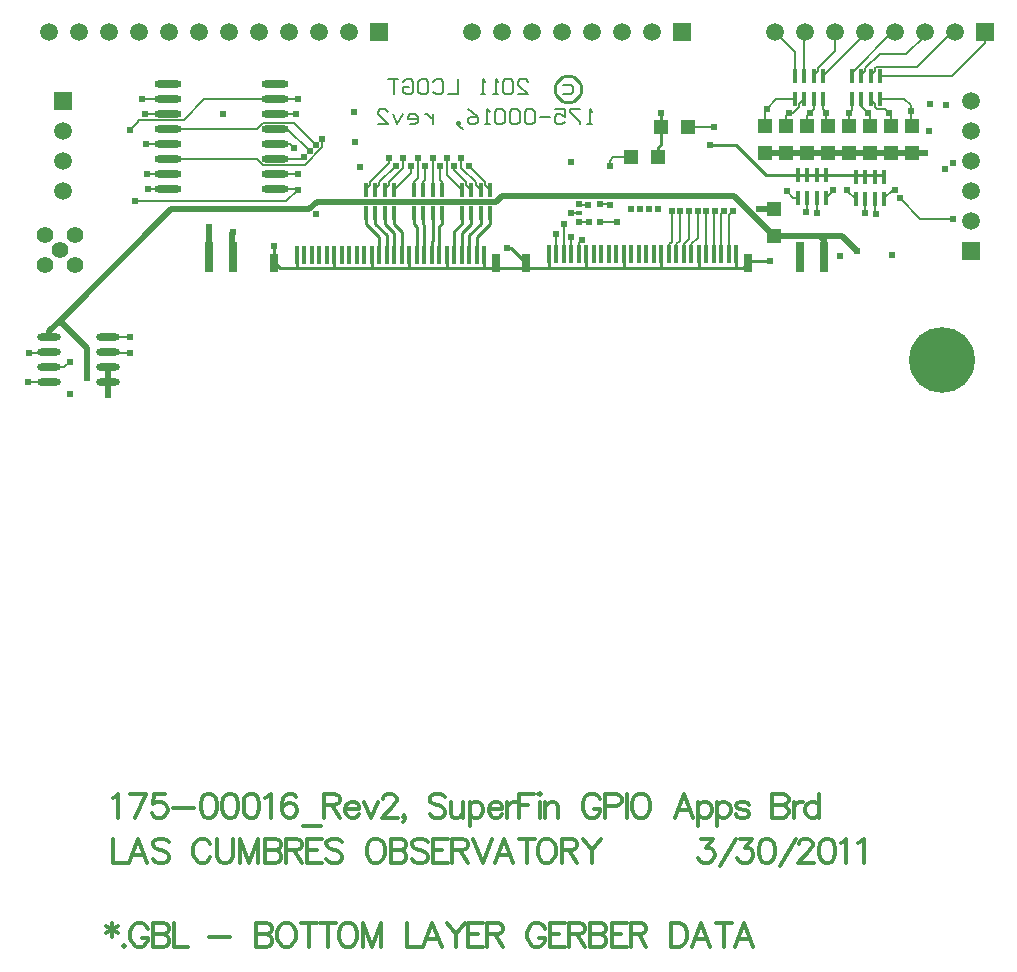
<source format=gbl>
%FSLAX23Y23*%
%MOIN*%
G70*
G01*
G75*
G04 Layer_Physical_Order=6*
G04 Layer_Color=16711680*
%ADD10R,0.030X0.060*%
%ADD11R,0.048X0.078*%
%ADD12R,0.050X0.050*%
%ADD13R,0.016X0.041*%
%ADD14O,0.098X0.028*%
%ADD15R,0.030X0.100*%
%ADD16R,0.014X0.060*%
%ADD17R,0.031X0.060*%
%ADD18R,0.039X0.059*%
%ADD19R,0.050X0.050*%
%ADD20C,0.005*%
%ADD21C,0.020*%
%ADD22C,0.010*%
%ADD23C,0.012*%
%ADD24C,0.012*%
%ADD25C,0.012*%
%ADD26C,0.055*%
%ADD27R,0.059X0.059*%
%ADD28C,0.059*%
%ADD29R,0.059X0.059*%
%ADD30C,0.219*%
%ADD31C,0.024*%
%ADD32C,0.040*%
%ADD33C,0.073*%
G04:AMPARAMS|DCode=34|XSize=93.465mil|YSize=93.465mil|CornerRadius=0mil|HoleSize=0mil|Usage=FLASHONLY|Rotation=0.000|XOffset=0mil|YOffset=0mil|HoleType=Round|Shape=Relief|Width=10mil|Gap=10mil|Entries=4|*
%AMTHD34*
7,0,0,0.093,0.073,0.010,45*
%
%ADD34THD34*%
%ADD35C,0.075*%
G04:AMPARAMS|DCode=36|XSize=95.433mil|YSize=95.433mil|CornerRadius=0mil|HoleSize=0mil|Usage=FLASHONLY|Rotation=0.000|XOffset=0mil|YOffset=0mil|HoleType=Round|Shape=Relief|Width=10mil|Gap=10mil|Entries=4|*
%AMTHD36*
7,0,0,0.095,0.075,0.010,45*
%
%ADD36THD36*%
%ADD37C,0.206*%
%ADD38C,0.050*%
G04:AMPARAMS|DCode=39|XSize=70mil|YSize=70mil|CornerRadius=0mil|HoleSize=0mil|Usage=FLASHONLY|Rotation=0.000|XOffset=0mil|YOffset=0mil|HoleType=Round|Shape=Relief|Width=10mil|Gap=10mil|Entries=4|*
%AMTHD39*
7,0,0,0.070,0.050,0.010,45*
%
%ADD39THD39*%
%ADD40O,0.091X0.024*%
%ADD41R,0.020X0.020*%
%ADD42R,0.020X0.016*%
%ADD43O,0.079X0.024*%
%ADD44R,0.017X0.045*%
%ADD45C,0.007*%
%ADD46C,0.008*%
D12*
X24267Y16287D02*
D03*
Y16377D02*
D03*
X24197Y16287D02*
D03*
Y16377D02*
D03*
X24127Y16287D02*
D03*
Y16377D02*
D03*
X24057Y16287D02*
D03*
Y16377D02*
D03*
X23987Y16287D02*
D03*
Y16377D02*
D03*
X23917Y16287D02*
D03*
Y16377D02*
D03*
X23847Y16287D02*
D03*
Y16377D02*
D03*
X23777Y16287D02*
D03*
Y16377D02*
D03*
X23807Y16011D02*
D03*
Y16101D02*
D03*
D15*
X23975Y15940D02*
D03*
X23896D02*
D03*
X22005Y15939D02*
D03*
X21926D02*
D03*
D16*
X23683Y15949D02*
D03*
X23658D02*
D03*
X23633D02*
D03*
X23608D02*
D03*
X23583D02*
D03*
X23558D02*
D03*
X23533D02*
D03*
X23508D02*
D03*
X23483D02*
D03*
X23458D02*
D03*
X23433D02*
D03*
X23408D02*
D03*
X23383D02*
D03*
X23358D02*
D03*
X23333D02*
D03*
X23308D02*
D03*
X23283D02*
D03*
X23258D02*
D03*
X23233D02*
D03*
X23208D02*
D03*
X23183D02*
D03*
X23158D02*
D03*
X23133D02*
D03*
X23108D02*
D03*
X23083D02*
D03*
X23058D02*
D03*
X22842Y15948D02*
D03*
X22817D02*
D03*
X22792D02*
D03*
X22767D02*
D03*
X22742D02*
D03*
X22717D02*
D03*
X22692D02*
D03*
X22667D02*
D03*
X22642D02*
D03*
X22617D02*
D03*
X22592D02*
D03*
X22567D02*
D03*
X22542D02*
D03*
X22517D02*
D03*
X22492D02*
D03*
X22467D02*
D03*
X22442D02*
D03*
X22417D02*
D03*
X22392D02*
D03*
X22367D02*
D03*
X22342D02*
D03*
X22317D02*
D03*
X22292D02*
D03*
X22267D02*
D03*
X22242D02*
D03*
X22217D02*
D03*
D17*
X22140Y15921D02*
D03*
X22880D02*
D03*
X23720D02*
D03*
X22980D02*
D03*
D19*
X23522Y16372D02*
D03*
X23432D02*
D03*
X23332Y16272D02*
D03*
X23422D02*
D03*
D20*
X24227Y16137D02*
X24296Y16068D01*
X24406D01*
X23916Y16089D02*
X23918Y16092D01*
Y16137D01*
X23261Y16243D02*
Y16258D01*
X23260Y16259D02*
X23261Y16258D01*
X23131Y16006D02*
X23133Y16004D01*
Y15949D02*
Y16004D01*
X23131Y16087D02*
X23131Y16087D01*
X23157D01*
X23260Y16259D02*
X23273Y16272D01*
X23332D01*
X23522Y16372D02*
X23523Y16373D01*
X23609D01*
X22146Y16467D02*
X22223D01*
X21909D02*
X22146D01*
X21687Y16398D02*
X21840D01*
X21909Y16467D01*
X22215Y16417D02*
X22216Y16418D01*
X22146Y16417D02*
X22215D01*
X21679Y16126D02*
X22182D01*
X22221Y16165D01*
X22219Y16167D02*
X22221Y16165D01*
X22146Y16167D02*
X22219D01*
X22146Y16217D02*
X22147Y16216D01*
X22221D01*
X22194Y16317D02*
X22209Y16302D01*
X22146Y16317D02*
X22194D01*
X21720Y16168D02*
X21721Y16167D01*
X21787D01*
X21786Y16216D02*
X21787Y16217D01*
X21717Y16216D02*
X21786D01*
Y16318D02*
X21787Y16317D01*
X21715Y16318D02*
X21786D01*
X21702Y16467D02*
X21787D01*
X21710Y16417D02*
X21787D01*
X23158Y15987D02*
X23167Y15996D01*
Y15998D01*
X23158Y15949D02*
Y15987D01*
X23157Y16057D02*
X23158Y16058D01*
X23191D01*
X23157Y16116D02*
X23159Y16114D01*
X23188D01*
X23082Y15950D02*
Y16016D01*
X23108Y15949D02*
Y16051D01*
X23283Y16057D02*
X23284Y16056D01*
X23227Y16057D02*
X23283D01*
X23260Y16116D02*
X23262Y16115D01*
X23227Y16116D02*
X23260D01*
X22302Y16306D02*
Y16333D01*
X22244Y16248D02*
X22302Y16306D01*
X22104Y16248D02*
X22244D01*
X22085Y16267D02*
X22104Y16248D01*
X21787Y16267D02*
X22085D01*
X22207Y16387D02*
X22281Y16313D01*
X22104Y16387D02*
X22207D01*
X22085Y16367D02*
X22104Y16387D01*
X21787Y16367D02*
X22085D01*
X22186D02*
X22261Y16292D01*
X22146Y16367D02*
X22186D01*
X22236Y16267D02*
X22240Y16272D01*
X22146Y16267D02*
X22236D01*
X23658Y15949D02*
Y16081D01*
X23633Y15949D02*
Y16085D01*
X23608Y15949D02*
Y16089D01*
X23583Y15949D02*
Y16093D01*
X23533Y15982D02*
X23554Y16003D01*
X23533Y15949D02*
Y15982D01*
X23658Y16081D02*
X23670Y16093D01*
X23633Y16085D02*
X23641Y16093D01*
X23608Y16089D02*
X23612Y16093D01*
X23467Y15991D02*
Y16093D01*
X23458Y15982D02*
X23467Y15991D01*
X23458Y15949D02*
Y15982D01*
X23496Y15995D02*
Y16093D01*
X23483Y15982D02*
X23496Y15995D01*
X23483Y15949D02*
Y15982D01*
X23525Y15999D02*
Y16093D01*
X23508Y15982D02*
X23525Y15999D01*
X23508Y15949D02*
Y15982D01*
X23554Y16003D02*
Y16093D01*
X24176Y16138D02*
X24204Y16165D01*
X24176Y16132D02*
Y16138D01*
X24145Y16086D02*
Y16132D01*
Y16086D02*
X24147Y16084D01*
X24113Y16087D02*
X24113Y16088D01*
Y16132D01*
X24053Y16161D02*
X24082Y16132D01*
X24053Y16161D02*
Y16163D01*
X24005Y16160D02*
Y16165D01*
X23981Y16137D02*
X24005Y16160D01*
X23950Y16090D02*
Y16137D01*
Y16090D02*
X23952Y16088D01*
X23850Y16159D02*
X23872Y16137D01*
X23887D01*
X23777Y16377D02*
Y16428D01*
X23784Y16435D01*
X23815Y16467D01*
X23877D01*
X23847Y16377D02*
Y16410D01*
X23857Y16420D01*
X23872D01*
X23893Y16441D01*
Y16451D01*
X23908Y16467D01*
X23929Y16421D02*
X23940Y16432D01*
X23917Y16409D02*
X23929Y16421D01*
X23917Y16377D02*
Y16409D01*
X23940Y16432D02*
Y16467D01*
X23983Y16381D02*
X23987Y16377D01*
X23983Y16381D02*
Y16420D01*
X23971Y16432D02*
X23983Y16420D01*
X23971Y16432D02*
Y16467D01*
X24057Y16377D02*
Y16420D01*
X24067Y16430D01*
Y16467D01*
X24127Y16377D02*
Y16416D01*
X24122Y16421D02*
X24127Y16416D01*
X24098Y16445D02*
X24122Y16421D01*
X24098Y16445D02*
Y16467D01*
X24197Y16377D02*
Y16416D01*
X24192Y16421D02*
X24197Y16416D01*
X24179Y16434D02*
X24192Y16421D01*
X24151Y16434D02*
X24179D01*
X24145Y16441D02*
X24151Y16434D01*
X24145Y16441D02*
Y16451D01*
X24130Y16467D02*
X24145Y16451D01*
X23908Y16543D02*
X23912Y16548D01*
X23940Y16543D02*
X23955Y16559D01*
Y16569D01*
X24012Y16627D01*
X24067Y16543D02*
Y16554D01*
X24098Y16543D02*
X24113Y16559D01*
Y16569D02*
X24161Y16617D01*
X24249D01*
X24113Y16559D02*
Y16569D01*
X24130Y16543D02*
X24145Y16559D01*
Y16569D01*
X24149Y16574D01*
X24284D01*
X24264Y16428D02*
Y16446D01*
Y16380D02*
Y16428D01*
Y16380D02*
X24267Y16377D01*
X24243Y16467D02*
X24264Y16446D01*
X24161Y16467D02*
X24243D01*
X24161Y16543D02*
X24402D01*
X22670Y16163D02*
Y16269D01*
X22694Y16197D02*
Y16245D01*
X22645Y16197D02*
Y16245D01*
X22846Y16179D02*
X22861Y16163D01*
X22814Y16179D02*
X22830Y16163D01*
X22783Y16179D02*
X22798Y16163D01*
X22510D02*
X22525Y16179D01*
X22790Y16245D02*
X22846Y16189D01*
X22790Y16245D02*
Y16245D01*
X22846Y16179D02*
Y16189D01*
X22814Y16179D02*
Y16189D01*
X22742Y16230D02*
X22783Y16189D01*
X22742Y16230D02*
Y16245D01*
X22783Y16179D02*
Y16189D01*
X22694Y16197D02*
X22701Y16189D01*
Y16163D02*
Y16189D01*
X22525Y16253D02*
Y16269D01*
X22549Y16245D02*
Y16245D01*
X22638Y16189D02*
X22645Y16197D01*
X22638Y16163D02*
Y16189D01*
X21661Y16363D02*
X21687Y16389D01*
Y16398D01*
X24402Y16543D02*
X24510Y16652D01*
Y16690D01*
X24284Y16574D02*
X24401Y16690D01*
X24410D01*
X24249Y16617D02*
X24310Y16678D01*
Y16690D01*
X24067Y16554D02*
X24203Y16690D01*
X24210D01*
X23971Y16543D02*
X24110Y16683D01*
Y16690D01*
X24012Y16627D02*
Y16688D01*
X24010Y16690D02*
X24012Y16688D01*
X23908Y16543D02*
Y16688D01*
X23910Y16690D01*
X23877Y16543D02*
Y16624D01*
X23810Y16690D02*
X23877Y16624D01*
X22478Y16163D02*
X22493Y16179D01*
Y16189D01*
X22549Y16245D01*
X22447Y16163D02*
X22462Y16179D01*
Y16189D01*
X22607Y16163D02*
Y16189D01*
X22621Y16204D01*
X22525Y16179D02*
Y16189D01*
X22462D02*
X22525Y16253D01*
X22718Y16212D02*
X22767Y16163D01*
X22766Y16238D02*
Y16269D01*
Y16238D02*
X22814Y16189D01*
X22541Y16163D02*
X22597Y16220D01*
Y16245D01*
X22525Y16189D02*
X22573Y16238D01*
Y16269D01*
X22621Y16204D02*
Y16269D01*
X22718Y16212D02*
Y16269D01*
X21589Y15673D02*
X21663D01*
X21589Y15673D02*
X21589Y15673D01*
X21590Y15621D02*
X21663D01*
X21589Y15623D02*
X21590Y15621D01*
X21443Y15573D02*
X21461Y15591D01*
X21392Y15573D02*
X21443D01*
X21321Y15524D02*
X21391D01*
X21392Y15523D01*
X21325Y15620D02*
X21390D01*
X21392Y15623D01*
D21*
X24267Y16287D02*
X24312D01*
X24197D02*
X24267D01*
X24127D02*
X24197D01*
X24057D02*
X24127D01*
X23987D02*
X24057D01*
X23917D02*
X23987D01*
X23847D02*
X23917D01*
X23777D02*
X23847D01*
X23975Y15997D02*
X23976Y15998D01*
X24035Y16011D02*
X24085Y15961D01*
X23963Y16011D02*
X24035D01*
X23757Y16101D02*
X23807D01*
Y16011D02*
X23963D01*
X23976Y15998D01*
X23975Y15940D02*
Y15997D01*
X21926Y16039D02*
X21926Y16039D01*
Y15939D02*
Y16039D01*
X22003Y16021D02*
X22004Y16022D01*
X22003Y15941D02*
Y16021D01*
Y15941D02*
X22005Y15939D01*
X24312Y16287D02*
X24313Y16286D01*
X23676Y16142D02*
X23807Y16011D01*
X21799Y16099D02*
X22259D01*
X21392Y15673D02*
Y15692D01*
X22901Y16142D02*
X23676D01*
X22883Y16124D02*
X22901Y16142D01*
X22259Y16099D02*
X22284Y16124D01*
X22883D01*
X21589Y15523D02*
Y15573D01*
X21518Y15537D02*
Y15637D01*
X21427Y15728D02*
X21518Y15637D01*
X21392Y15692D02*
X21427Y15728D01*
X21799Y16099D01*
X21589Y15481D02*
Y15523D01*
D22*
X23166Y16500D02*
X23165Y16510D01*
X23161Y16520D01*
X23156Y16528D01*
X23149Y16535D01*
X23141Y16540D01*
X23131Y16544D01*
X23121Y16545D01*
X23111Y16544D01*
X23102Y16540D01*
X23094Y16535D01*
X23087Y16528D01*
X23081Y16520D01*
X23078Y16510D01*
X23077Y16500D01*
X23078Y16490D01*
X23081Y16481D01*
X23087Y16473D01*
X23094Y16466D01*
X23102Y16460D01*
X23111Y16457D01*
X23121Y16456D01*
X23131Y16457D01*
X23141Y16460D01*
X23149Y16466D01*
X23156Y16473D01*
X23161Y16481D01*
X23165Y16490D01*
X23166Y16500D01*
X22217Y15903D02*
X23701D01*
X22140Y15924D02*
X22160Y15903D01*
X23981Y16213D02*
X24171D01*
X23950D02*
X23981D01*
X23918D02*
X23950D01*
X23887D02*
X23918D01*
X23780D02*
X23887D01*
X24171D02*
X24176Y16208D01*
X23681Y16313D02*
X23780Y16213D01*
X23596Y16313D02*
X23681D01*
X23432Y16372D02*
X23433Y16371D01*
Y16316D02*
Y16371D01*
X23422Y16305D02*
X23433Y16316D01*
X23422Y16272D02*
Y16305D01*
X23431Y16421D02*
X23432Y16420D01*
Y16372D02*
Y16420D01*
X22140Y15976D02*
X22140Y15976D01*
X22930Y15971D02*
X22980Y15921D01*
X22917Y15971D02*
X22930D01*
X22492Y15948D02*
Y16006D01*
X22517Y15948D02*
Y16012D01*
X22542Y15948D02*
Y16019D01*
X22567Y15948D02*
Y16025D01*
X22617Y15948D02*
Y16041D01*
X22642Y15948D02*
Y16047D01*
X22670Y15994D02*
Y16087D01*
X22692Y15948D02*
Y16042D01*
X22742Y15948D02*
Y16027D01*
X22767Y15948D02*
Y16020D01*
X22792Y15948D02*
Y16014D01*
X22817Y15948D02*
Y16007D01*
X22792Y16014D02*
X22830Y16051D01*
Y16087D01*
X22767Y16020D02*
X22798Y16051D01*
Y16087D01*
X22692Y16042D02*
X22701Y16051D01*
Y16087D01*
X22817Y16007D02*
X22861Y16051D01*
Y16087D01*
X22742Y16027D02*
X22767Y16051D01*
Y16087D01*
X22447Y16051D02*
X22492Y16006D01*
X22447Y16051D02*
Y16087D01*
X22478Y16051D02*
X22517Y16012D01*
X22478Y16051D02*
Y16087D01*
X22510Y16051D02*
X22542Y16019D01*
X22510Y16051D02*
Y16087D01*
X22541Y16051D02*
X22567Y16025D01*
X22541Y16051D02*
Y16087D01*
X22607Y16051D02*
X22617Y16041D01*
X22607Y16051D02*
Y16087D01*
X22638Y16051D02*
X22642Y16047D01*
X22638Y16051D02*
Y16087D01*
X22667Y15948D02*
Y15992D01*
X22670Y15994D01*
X23726Y15927D02*
X23795D01*
X22140Y15903D02*
Y15921D01*
Y15924D01*
Y15976D01*
X23701Y15903D02*
X23720Y15921D01*
X23726Y15927D01*
X22217Y15903D02*
Y15948D01*
X22160Y15903D02*
X22217D01*
X22217Y15903D01*
X22342D02*
Y15948D01*
X22467Y15903D02*
Y15948D01*
X22592Y15903D02*
Y15948D01*
X22717Y15903D02*
Y15948D01*
X22842Y15903D02*
Y15948D01*
X23058Y15904D02*
Y15949D01*
X23183Y15904D02*
Y15949D01*
X23308Y15904D02*
Y15949D01*
X23433Y15904D02*
Y15949D01*
X23558Y15904D02*
Y15949D01*
X23683Y15904D02*
Y15949D01*
D23*
X21602Y13720D02*
Y13675D01*
X21583Y13709D02*
X21621Y13686D01*
Y13709D02*
X21583Y13686D01*
X21641Y13648D02*
X21637Y13644D01*
X21641Y13640D01*
X21645Y13644D01*
X21641Y13648D01*
X21720Y13701D02*
X21716Y13709D01*
X21708Y13716D01*
X21701Y13720D01*
X21685D01*
X21678Y13716D01*
X21670Y13709D01*
X21666Y13701D01*
X21662Y13690D01*
Y13671D01*
X21666Y13659D01*
X21670Y13652D01*
X21678Y13644D01*
X21685Y13640D01*
X21701D01*
X21708Y13644D01*
X21716Y13652D01*
X21720Y13659D01*
Y13671D01*
X21701D02*
X21720D01*
X21738Y13720D02*
Y13640D01*
Y13720D02*
X21772D01*
X21784Y13716D01*
X21787Y13713D01*
X21791Y13705D01*
Y13697D01*
X21787Y13690D01*
X21784Y13686D01*
X21772Y13682D01*
X21738D02*
X21772D01*
X21784Y13678D01*
X21787Y13675D01*
X21791Y13667D01*
Y13656D01*
X21787Y13648D01*
X21784Y13644D01*
X21772Y13640D01*
X21738D01*
X21809Y13720D02*
Y13640D01*
X21855D01*
X21926Y13675D02*
X21995D01*
X22081Y13720D02*
Y13640D01*
Y13720D02*
X22116D01*
X22127Y13716D01*
X22131Y13713D01*
X22135Y13705D01*
Y13697D01*
X22131Y13690D01*
X22127Y13686D01*
X22116Y13682D01*
X22081D02*
X22116D01*
X22127Y13678D01*
X22131Y13675D01*
X22135Y13667D01*
Y13656D01*
X22131Y13648D01*
X22127Y13644D01*
X22116Y13640D01*
X22081D01*
X22176Y13720D02*
X22168Y13716D01*
X22160Y13709D01*
X22156Y13701D01*
X22153Y13690D01*
Y13671D01*
X22156Y13659D01*
X22160Y13652D01*
X22168Y13644D01*
X22176Y13640D01*
X22191D01*
X22198Y13644D01*
X22206Y13652D01*
X22210Y13659D01*
X22214Y13671D01*
Y13690D01*
X22210Y13701D01*
X22206Y13709D01*
X22198Y13716D01*
X22191Y13720D01*
X22176D01*
X22259D02*
Y13640D01*
X22232Y13720D02*
X22286D01*
X22322D02*
Y13640D01*
X22295Y13720D02*
X22348D01*
X22381D02*
X22373Y13716D01*
X22366Y13709D01*
X22362Y13701D01*
X22358Y13690D01*
Y13671D01*
X22362Y13659D01*
X22366Y13652D01*
X22373Y13644D01*
X22381Y13640D01*
X22396D01*
X22404Y13644D01*
X22411Y13652D01*
X22415Y13659D01*
X22419Y13671D01*
Y13690D01*
X22415Y13701D01*
X22411Y13709D01*
X22404Y13716D01*
X22396Y13720D01*
X22381D01*
X22438D02*
Y13640D01*
Y13720D02*
X22468Y13640D01*
X22498Y13720D02*
X22468Y13640D01*
X22498Y13720D02*
Y13640D01*
X22584Y13720D02*
Y13640D01*
X22630D01*
X22700D02*
X22669Y13720D01*
X22639Y13640D01*
X22650Y13667D02*
X22688D01*
X22718Y13720D02*
X22749Y13682D01*
Y13640D01*
X22779Y13720D02*
X22749Y13682D01*
X22839Y13720D02*
X22789D01*
Y13640D01*
X22839D01*
X22789Y13682D02*
X22820D01*
X22852Y13720D02*
Y13640D01*
Y13720D02*
X22887D01*
X22898Y13716D01*
X22902Y13713D01*
X22906Y13705D01*
Y13697D01*
X22902Y13690D01*
X22898Y13686D01*
X22887Y13682D01*
X22852D01*
X22879D02*
X22906Y13640D01*
X23044Y13701D02*
X23040Y13709D01*
X23032Y13716D01*
X23024Y13720D01*
X23009D01*
X23002Y13716D01*
X22994Y13709D01*
X22990Y13701D01*
X22986Y13690D01*
Y13671D01*
X22990Y13659D01*
X22994Y13652D01*
X23002Y13644D01*
X23009Y13640D01*
X23024D01*
X23032Y13644D01*
X23040Y13652D01*
X23044Y13659D01*
Y13671D01*
X23024D02*
X23044D01*
X23111Y13720D02*
X23062D01*
Y13640D01*
X23111D01*
X23062Y13682D02*
X23092D01*
X23125Y13720D02*
Y13640D01*
Y13720D02*
X23159D01*
X23170Y13716D01*
X23174Y13713D01*
X23178Y13705D01*
Y13697D01*
X23174Y13690D01*
X23170Y13686D01*
X23159Y13682D01*
X23125D01*
X23151D02*
X23178Y13640D01*
X23196Y13720D02*
Y13640D01*
Y13720D02*
X23230D01*
X23242Y13716D01*
X23245Y13713D01*
X23249Y13705D01*
Y13697D01*
X23245Y13690D01*
X23242Y13686D01*
X23230Y13682D01*
X23196D02*
X23230D01*
X23242Y13678D01*
X23245Y13675D01*
X23249Y13667D01*
Y13656D01*
X23245Y13648D01*
X23242Y13644D01*
X23230Y13640D01*
X23196D01*
X23317Y13720D02*
X23267D01*
Y13640D01*
X23317D01*
X23267Y13682D02*
X23298D01*
X23330Y13720D02*
Y13640D01*
Y13720D02*
X23364D01*
X23376Y13716D01*
X23379Y13713D01*
X23383Y13705D01*
Y13697D01*
X23379Y13690D01*
X23376Y13686D01*
X23364Y13682D01*
X23330D01*
X23357D02*
X23383Y13640D01*
X23464Y13720D02*
Y13640D01*
Y13720D02*
X23491D01*
X23502Y13716D01*
X23510Y13709D01*
X23514Y13701D01*
X23517Y13690D01*
Y13671D01*
X23514Y13659D01*
X23510Y13652D01*
X23502Y13644D01*
X23491Y13640D01*
X23464D01*
X23596D02*
X23566Y13720D01*
X23535Y13640D01*
X23547Y13667D02*
X23585D01*
X23641Y13720D02*
Y13640D01*
X23615Y13720D02*
X23668D01*
X23739Y13640D02*
X23708Y13720D01*
X23678Y13640D01*
X23689Y13667D02*
X23727D01*
D24*
X21604Y14136D02*
X21612Y14139D01*
X21623Y14151D01*
Y14071D01*
X21716Y14151D02*
X21678Y14071D01*
X21663Y14151D02*
X21716D01*
X21779D02*
X21741D01*
X21738Y14117D01*
X21741Y14120D01*
X21753Y14124D01*
X21764D01*
X21776Y14120D01*
X21783Y14113D01*
X21787Y14101D01*
Y14094D01*
X21783Y14082D01*
X21776Y14075D01*
X21764Y14071D01*
X21753D01*
X21741Y14075D01*
X21738Y14079D01*
X21734Y14086D01*
X21805Y14105D02*
X21874D01*
X21920Y14151D02*
X21909Y14147D01*
X21901Y14136D01*
X21897Y14117D01*
Y14105D01*
X21901Y14086D01*
X21909Y14075D01*
X21920Y14071D01*
X21928D01*
X21939Y14075D01*
X21947Y14086D01*
X21950Y14105D01*
Y14117D01*
X21947Y14136D01*
X21939Y14147D01*
X21928Y14151D01*
X21920D01*
X21991D02*
X21980Y14147D01*
X21972Y14136D01*
X21968Y14117D01*
Y14105D01*
X21972Y14086D01*
X21980Y14075D01*
X21991Y14071D01*
X21999D01*
X22010Y14075D01*
X22018Y14086D01*
X22022Y14105D01*
Y14117D01*
X22018Y14136D01*
X22010Y14147D01*
X21999Y14151D01*
X21991D01*
X22062D02*
X22051Y14147D01*
X22043Y14136D01*
X22040Y14117D01*
Y14105D01*
X22043Y14086D01*
X22051Y14075D01*
X22062Y14071D01*
X22070D01*
X22082Y14075D01*
X22089Y14086D01*
X22093Y14105D01*
Y14117D01*
X22089Y14136D01*
X22082Y14147D01*
X22070Y14151D01*
X22062D01*
X22111Y14136D02*
X22118Y14139D01*
X22130Y14151D01*
Y14071D01*
X22215Y14139D02*
X22211Y14147D01*
X22200Y14151D01*
X22192D01*
X22181Y14147D01*
X22173Y14136D01*
X22169Y14117D01*
Y14098D01*
X22173Y14082D01*
X22181Y14075D01*
X22192Y14071D01*
X22196D01*
X22208Y14075D01*
X22215Y14082D01*
X22219Y14094D01*
Y14098D01*
X22215Y14109D01*
X22208Y14117D01*
X22196Y14120D01*
X22192D01*
X22181Y14117D01*
X22173Y14109D01*
X22169Y14098D01*
X22237Y14044D02*
X22297D01*
X22308Y14151D02*
Y14071D01*
Y14151D02*
X22342D01*
X22353Y14147D01*
X22357Y14143D01*
X22361Y14136D01*
Y14128D01*
X22357Y14120D01*
X22353Y14117D01*
X22342Y14113D01*
X22308D01*
X22334D02*
X22361Y14071D01*
X22379Y14101D02*
X22425D01*
Y14109D01*
X22421Y14117D01*
X22417Y14120D01*
X22409Y14124D01*
X22398D01*
X22390Y14120D01*
X22383Y14113D01*
X22379Y14101D01*
Y14094D01*
X22383Y14082D01*
X22390Y14075D01*
X22398Y14071D01*
X22409D01*
X22417Y14075D01*
X22425Y14082D01*
X22442Y14124D02*
X22465Y14071D01*
X22488Y14124D02*
X22465Y14071D01*
X22504Y14132D02*
Y14136D01*
X22508Y14143D01*
X22512Y14147D01*
X22520Y14151D01*
X22535D01*
X22542Y14147D01*
X22546Y14143D01*
X22550Y14136D01*
Y14128D01*
X22546Y14120D01*
X22539Y14109D01*
X22500Y14071D01*
X22554D01*
X22579Y14075D02*
X22576Y14071D01*
X22572Y14075D01*
X22576Y14079D01*
X22579Y14075D01*
Y14067D01*
X22576Y14059D01*
X22572Y14056D01*
X22713Y14139D02*
X22705Y14147D01*
X22694Y14151D01*
X22679D01*
X22667Y14147D01*
X22660Y14139D01*
Y14132D01*
X22663Y14124D01*
X22667Y14120D01*
X22675Y14117D01*
X22698Y14109D01*
X22705Y14105D01*
X22709Y14101D01*
X22713Y14094D01*
Y14082D01*
X22705Y14075D01*
X22694Y14071D01*
X22679D01*
X22667Y14075D01*
X22660Y14082D01*
X22731Y14124D02*
Y14086D01*
X22735Y14075D01*
X22742Y14071D01*
X22754D01*
X22761Y14075D01*
X22773Y14086D01*
Y14124D02*
Y14071D01*
X22794Y14124D02*
Y14044D01*
Y14113D02*
X22801Y14120D01*
X22809Y14124D01*
X22820D01*
X22828Y14120D01*
X22836Y14113D01*
X22839Y14101D01*
Y14094D01*
X22836Y14082D01*
X22828Y14075D01*
X22820Y14071D01*
X22809D01*
X22801Y14075D01*
X22794Y14082D01*
X22857Y14101D02*
X22902D01*
Y14109D01*
X22898Y14117D01*
X22895Y14120D01*
X22887Y14124D01*
X22876D01*
X22868Y14120D01*
X22860Y14113D01*
X22857Y14101D01*
Y14094D01*
X22860Y14082D01*
X22868Y14075D01*
X22876Y14071D01*
X22887D01*
X22895Y14075D01*
X22902Y14082D01*
X22919Y14124D02*
Y14071D01*
Y14101D02*
X22923Y14113D01*
X22931Y14120D01*
X22938Y14124D01*
X22950D01*
X22957Y14151D02*
Y14071D01*
Y14151D02*
X23007D01*
X22957Y14113D02*
X22988D01*
X23023Y14151D02*
X23027Y14147D01*
X23031Y14151D01*
X23027Y14155D01*
X23023Y14151D01*
X23027Y14124D02*
Y14071D01*
X23045Y14124D02*
Y14071D01*
Y14109D02*
X23057Y14120D01*
X23064Y14124D01*
X23076D01*
X23083Y14120D01*
X23087Y14109D01*
Y14071D01*
X23228Y14132D02*
X23224Y14139D01*
X23217Y14147D01*
X23209Y14151D01*
X23194D01*
X23186Y14147D01*
X23178Y14139D01*
X23175Y14132D01*
X23171Y14120D01*
Y14101D01*
X23175Y14090D01*
X23178Y14082D01*
X23186Y14075D01*
X23194Y14071D01*
X23209D01*
X23217Y14075D01*
X23224Y14082D01*
X23228Y14090D01*
Y14101D01*
X23209D02*
X23228D01*
X23246Y14109D02*
X23280D01*
X23292Y14113D01*
X23296Y14117D01*
X23300Y14124D01*
Y14136D01*
X23296Y14143D01*
X23292Y14147D01*
X23280Y14151D01*
X23246D01*
Y14071D01*
X23317Y14151D02*
Y14071D01*
X23357Y14151D02*
X23349Y14147D01*
X23342Y14139D01*
X23338Y14132D01*
X23334Y14120D01*
Y14101D01*
X23338Y14090D01*
X23342Y14082D01*
X23349Y14075D01*
X23357Y14071D01*
X23372D01*
X23380Y14075D01*
X23388Y14082D01*
X23391Y14090D01*
X23395Y14101D01*
Y14120D01*
X23391Y14132D01*
X23388Y14139D01*
X23380Y14147D01*
X23372Y14151D01*
X23357D01*
X23538Y14071D02*
X23507Y14151D01*
X23477Y14071D01*
X23488Y14098D02*
X23526D01*
X23556Y14124D02*
Y14044D01*
Y14113D02*
X23564Y14120D01*
X23571Y14124D01*
X23583D01*
X23591Y14120D01*
X23598Y14113D01*
X23602Y14101D01*
Y14094D01*
X23598Y14082D01*
X23591Y14075D01*
X23583Y14071D01*
X23571D01*
X23564Y14075D01*
X23556Y14082D01*
X23619Y14124D02*
Y14044D01*
Y14113D02*
X23627Y14120D01*
X23634Y14124D01*
X23646D01*
X23653Y14120D01*
X23661Y14113D01*
X23665Y14101D01*
Y14094D01*
X23661Y14082D01*
X23653Y14075D01*
X23646Y14071D01*
X23634D01*
X23627Y14075D01*
X23619Y14082D01*
X23724Y14113D02*
X23720Y14120D01*
X23709Y14124D01*
X23697D01*
X23686Y14120D01*
X23682Y14113D01*
X23686Y14105D01*
X23693Y14101D01*
X23712Y14098D01*
X23720Y14094D01*
X23724Y14086D01*
Y14082D01*
X23720Y14075D01*
X23709Y14071D01*
X23697D01*
X23686Y14075D01*
X23682Y14082D01*
X23803Y14151D02*
Y14071D01*
Y14151D02*
X23838D01*
X23849Y14147D01*
X23853Y14143D01*
X23857Y14136D01*
Y14128D01*
X23853Y14120D01*
X23849Y14117D01*
X23838Y14113D01*
X23803D02*
X23838D01*
X23849Y14109D01*
X23853Y14105D01*
X23857Y14098D01*
Y14086D01*
X23853Y14079D01*
X23849Y14075D01*
X23838Y14071D01*
X23803D01*
X23875Y14124D02*
Y14071D01*
Y14101D02*
X23878Y14113D01*
X23886Y14120D01*
X23894Y14124D01*
X23905D01*
X23958Y14151D02*
Y14071D01*
Y14113D02*
X23950Y14120D01*
X23943Y14124D01*
X23931D01*
X23924Y14120D01*
X23916Y14113D01*
X23912Y14101D01*
Y14094D01*
X23916Y14082D01*
X23924Y14075D01*
X23931Y14071D01*
X23943D01*
X23950Y14075D01*
X23958Y14082D01*
D25*
X21604Y14001D02*
Y13921D01*
X21650D01*
X21719D02*
X21689Y14001D01*
X21658Y13921D01*
X21670Y13948D02*
X21708D01*
X21791Y13989D02*
X21784Y13997D01*
X21772Y14001D01*
X21757D01*
X21746Y13997D01*
X21738Y13989D01*
Y13982D01*
X21742Y13974D01*
X21746Y13970D01*
X21753Y13967D01*
X21776Y13959D01*
X21784Y13955D01*
X21787Y13951D01*
X21791Y13944D01*
Y13932D01*
X21784Y13925D01*
X21772Y13921D01*
X21757D01*
X21746Y13925D01*
X21738Y13932D01*
X21929Y13982D02*
X21925Y13989D01*
X21918Y13997D01*
X21910Y14001D01*
X21895D01*
X21887Y13997D01*
X21880Y13989D01*
X21876Y13982D01*
X21872Y13970D01*
Y13951D01*
X21876Y13940D01*
X21880Y13932D01*
X21887Y13925D01*
X21895Y13921D01*
X21910D01*
X21918Y13925D01*
X21925Y13932D01*
X21929Y13940D01*
X21952Y14001D02*
Y13944D01*
X21955Y13932D01*
X21963Y13925D01*
X21974Y13921D01*
X21982D01*
X21994Y13925D01*
X22001Y13932D01*
X22005Y13944D01*
Y14001D01*
X22027D02*
Y13921D01*
Y14001D02*
X22058Y13921D01*
X22088Y14001D02*
X22058Y13921D01*
X22088Y14001D02*
Y13921D01*
X22111Y14001D02*
Y13921D01*
Y14001D02*
X22145D01*
X22157Y13997D01*
X22160Y13993D01*
X22164Y13986D01*
Y13978D01*
X22160Y13970D01*
X22157Y13967D01*
X22145Y13963D01*
X22111D02*
X22145D01*
X22157Y13959D01*
X22160Y13955D01*
X22164Y13948D01*
Y13936D01*
X22160Y13928D01*
X22157Y13925D01*
X22145Y13921D01*
X22111D01*
X22182Y14001D02*
Y13921D01*
Y14001D02*
X22216D01*
X22228Y13997D01*
X22232Y13993D01*
X22235Y13986D01*
Y13978D01*
X22232Y13970D01*
X22228Y13967D01*
X22216Y13963D01*
X22182D01*
X22209D02*
X22235Y13921D01*
X22303Y14001D02*
X22253D01*
Y13921D01*
X22303D01*
X22253Y13963D02*
X22284D01*
X22369Y13989D02*
X22362Y13997D01*
X22350Y14001D01*
X22335D01*
X22324Y13997D01*
X22316Y13989D01*
Y13982D01*
X22320Y13974D01*
X22324Y13970D01*
X22331Y13967D01*
X22354Y13959D01*
X22362Y13955D01*
X22366Y13951D01*
X22369Y13944D01*
Y13932D01*
X22362Y13925D01*
X22350Y13921D01*
X22335D01*
X22324Y13925D01*
X22316Y13932D01*
X22473Y14001D02*
X22465Y13997D01*
X22458Y13989D01*
X22454Y13982D01*
X22450Y13970D01*
Y13951D01*
X22454Y13940D01*
X22458Y13932D01*
X22465Y13925D01*
X22473Y13921D01*
X22488D01*
X22496Y13925D01*
X22504Y13932D01*
X22507Y13940D01*
X22511Y13951D01*
Y13970D01*
X22507Y13982D01*
X22504Y13989D01*
X22496Y13997D01*
X22488Y14001D01*
X22473D01*
X22530D02*
Y13921D01*
Y14001D02*
X22564D01*
X22576Y13997D01*
X22579Y13993D01*
X22583Y13986D01*
Y13978D01*
X22579Y13970D01*
X22576Y13967D01*
X22564Y13963D01*
X22530D02*
X22564D01*
X22576Y13959D01*
X22579Y13955D01*
X22583Y13948D01*
Y13936D01*
X22579Y13928D01*
X22576Y13925D01*
X22564Y13921D01*
X22530D01*
X22654Y13989D02*
X22647Y13997D01*
X22635Y14001D01*
X22620D01*
X22609Y13997D01*
X22601Y13989D01*
Y13982D01*
X22605Y13974D01*
X22609Y13970D01*
X22616Y13967D01*
X22639Y13959D01*
X22647Y13955D01*
X22651Y13951D01*
X22654Y13944D01*
Y13932D01*
X22647Y13925D01*
X22635Y13921D01*
X22620D01*
X22609Y13925D01*
X22601Y13932D01*
X22722Y14001D02*
X22672D01*
Y13921D01*
X22722D01*
X22672Y13963D02*
X22703D01*
X22735Y14001D02*
Y13921D01*
Y14001D02*
X22769D01*
X22781Y13997D01*
X22785Y13993D01*
X22788Y13986D01*
Y13978D01*
X22785Y13970D01*
X22781Y13967D01*
X22769Y13963D01*
X22735D01*
X22762D02*
X22788Y13921D01*
X22806Y14001D02*
X22837Y13921D01*
X22867Y14001D02*
X22837Y13921D01*
X22938D02*
X22908Y14001D01*
X22878Y13921D01*
X22889Y13948D02*
X22927D01*
X22984Y14001D02*
Y13921D01*
X22957Y14001D02*
X23010D01*
X23043D02*
X23035Y13997D01*
X23028Y13989D01*
X23024Y13982D01*
X23020Y13970D01*
Y13951D01*
X23024Y13940D01*
X23028Y13932D01*
X23035Y13925D01*
X23043Y13921D01*
X23058D01*
X23066Y13925D01*
X23073Y13932D01*
X23077Y13940D01*
X23081Y13951D01*
Y13970D01*
X23077Y13982D01*
X23073Y13989D01*
X23066Y13997D01*
X23058Y14001D01*
X23043D01*
X23100D02*
Y13921D01*
Y14001D02*
X23134D01*
X23145Y13997D01*
X23149Y13993D01*
X23153Y13986D01*
Y13978D01*
X23149Y13970D01*
X23145Y13967D01*
X23134Y13963D01*
X23100D01*
X23126D02*
X23153Y13921D01*
X23171Y14001D02*
X23201Y13963D01*
Y13921D01*
X23232Y14001D02*
X23201Y13963D01*
X23564Y14001D02*
X23606D01*
X23583Y13970D01*
X23594D01*
X23602Y13967D01*
X23606Y13963D01*
X23610Y13951D01*
Y13944D01*
X23606Y13932D01*
X23598Y13925D01*
X23587Y13921D01*
X23575D01*
X23564Y13925D01*
X23560Y13928D01*
X23556Y13936D01*
X23627Y13909D02*
X23681Y14001D01*
X23694D02*
X23736D01*
X23713Y13970D01*
X23724D01*
X23732Y13967D01*
X23736Y13963D01*
X23739Y13951D01*
Y13944D01*
X23736Y13932D01*
X23728Y13925D01*
X23717Y13921D01*
X23705D01*
X23694Y13925D01*
X23690Y13928D01*
X23686Y13936D01*
X23780Y14001D02*
X23769Y13997D01*
X23761Y13986D01*
X23757Y13967D01*
Y13955D01*
X23761Y13936D01*
X23769Y13925D01*
X23780Y13921D01*
X23788D01*
X23799Y13925D01*
X23807Y13936D01*
X23811Y13955D01*
Y13967D01*
X23807Y13986D01*
X23799Y13997D01*
X23788Y14001D01*
X23780D01*
X23829Y13909D02*
X23882Y14001D01*
X23891Y13982D02*
Y13986D01*
X23895Y13993D01*
X23899Y13997D01*
X23906Y14001D01*
X23922D01*
X23929Y13997D01*
X23933Y13993D01*
X23937Y13986D01*
Y13978D01*
X23933Y13970D01*
X23925Y13959D01*
X23887Y13921D01*
X23941D01*
X23981Y14001D02*
X23970Y13997D01*
X23962Y13986D01*
X23958Y13967D01*
Y13955D01*
X23962Y13936D01*
X23970Y13925D01*
X23981Y13921D01*
X23989D01*
X24000Y13925D01*
X24008Y13936D01*
X24012Y13955D01*
Y13967D01*
X24008Y13986D01*
X24000Y13997D01*
X23989Y14001D01*
X23981D01*
X24030Y13986D02*
X24037Y13989D01*
X24049Y14001D01*
Y13921D01*
X24088Y13986D02*
X24096Y13989D01*
X24107Y14001D01*
Y13921D01*
D26*
X21427Y15962D02*
D03*
X21377Y15912D02*
D03*
Y16012D02*
D03*
X21477D02*
D03*
Y15912D02*
D03*
D27*
X23500Y16690D02*
D03*
X22491Y16690D02*
D03*
X24510Y16690D02*
D03*
D28*
X23400D02*
D03*
X23300D02*
D03*
X23200D02*
D03*
X23100D02*
D03*
X23000D02*
D03*
X22900D02*
D03*
X22800D02*
D03*
X24466Y16461D02*
D03*
Y16361D02*
D03*
Y16261D02*
D03*
Y16161D02*
D03*
Y16061D02*
D03*
X21438Y16361D02*
D03*
Y16261D02*
D03*
Y16161D02*
D03*
X21391Y16690D02*
D03*
X21491D02*
D03*
X21591D02*
D03*
X21691D02*
D03*
X21791D02*
D03*
X21891D02*
D03*
X21991D02*
D03*
X22091D02*
D03*
X22191D02*
D03*
X22291D02*
D03*
X22391D02*
D03*
X24410Y16690D02*
D03*
X24310D02*
D03*
X24210D02*
D03*
X24110D02*
D03*
X24010D02*
D03*
X23910D02*
D03*
X23810D02*
D03*
D29*
X24466Y15961D02*
D03*
X21438Y16461D02*
D03*
D30*
X24367Y15596D02*
D03*
D31*
X24325Y16361D02*
D03*
X24406Y16255D02*
D03*
X24227Y16137D02*
D03*
X24406Y16068D02*
D03*
X24328Y16450D02*
D03*
X24379Y16233D02*
D03*
X24380Y16447D02*
D03*
X23916Y16089D02*
D03*
X23261Y16243D02*
D03*
X23131Y16006D02*
D03*
X22412Y16324D02*
D03*
X22429Y16239D02*
D03*
X22408Y16423D02*
D03*
X22281Y16082D02*
D03*
X24201Y15947D02*
D03*
X24085Y15961D02*
D03*
X23757Y16101D02*
D03*
X23131Y16087D02*
D03*
X21926Y16039D02*
D03*
X22004Y16022D02*
D03*
X23596Y16313D02*
D03*
X23132Y16258D02*
D03*
X23431Y16421D02*
D03*
X23609Y16373D02*
D03*
X22223Y16467D02*
D03*
X22216Y16418D02*
D03*
X22221Y16165D02*
D03*
Y16216D02*
D03*
X21973Y16418D02*
D03*
X22209Y16302D02*
D03*
X21720Y16168D02*
D03*
X21717Y16216D02*
D03*
X21715Y16318D02*
D03*
X21702Y16467D02*
D03*
X21710Y16417D02*
D03*
X22140Y15976D02*
D03*
X24028Y15943D02*
D03*
X23795Y15927D02*
D03*
X22917Y15971D02*
D03*
X23167Y15998D02*
D03*
X23191Y16058D02*
D03*
X23188Y16114D02*
D03*
X23082Y16016D02*
D03*
X23108Y16051D02*
D03*
X23284Y16056D02*
D03*
X23262Y16115D02*
D03*
X22240Y16272D02*
D03*
X22261Y16292D02*
D03*
X22281Y16313D02*
D03*
X22302Y16333D02*
D03*
X22790Y16245D02*
D03*
X22573Y16269D02*
D03*
X22525D02*
D03*
X23420Y16100D02*
D03*
X23391D02*
D03*
X23362D02*
D03*
X23333D02*
D03*
X23670Y16093D02*
D03*
X23641D02*
D03*
X23612D02*
D03*
X23467D02*
D03*
X23496D02*
D03*
X23525D02*
D03*
X23554D02*
D03*
X23583D02*
D03*
X24213Y16165D02*
D03*
X24147Y16084D02*
D03*
X24113Y16087D02*
D03*
X24053Y16163D02*
D03*
X24005Y16165D02*
D03*
X23952Y16088D02*
D03*
X23850Y16159D02*
D03*
X23784Y16435D02*
D03*
X23857Y16420D02*
D03*
X23929Y16421D02*
D03*
X23983Y16420D02*
D03*
X24057D02*
D03*
X24122Y16421D02*
D03*
X24192D02*
D03*
X24313Y16286D02*
D03*
X24264Y16428D02*
D03*
X21661Y16363D02*
D03*
X21679Y16126D02*
D03*
X22766Y16269D02*
D03*
X22670D02*
D03*
X22621D02*
D03*
X22549Y16245D02*
D03*
X22597D02*
D03*
X22645D02*
D03*
X22742D02*
D03*
X22694D02*
D03*
X22718Y16269D02*
D03*
X21663Y15673D02*
D03*
Y15621D02*
D03*
X21461Y15591D02*
D03*
X21321Y15524D02*
D03*
X21325Y15620D02*
D03*
X21462Y15483D02*
D03*
X21518Y15537D02*
D03*
X21589Y15481D02*
D03*
D40*
X21787Y16167D02*
D03*
Y16217D02*
D03*
Y16267D02*
D03*
Y16317D02*
D03*
Y16367D02*
D03*
Y16417D02*
D03*
Y16467D02*
D03*
Y16517D02*
D03*
X22146Y16167D02*
D03*
Y16217D02*
D03*
Y16267D02*
D03*
Y16317D02*
D03*
Y16367D02*
D03*
Y16417D02*
D03*
Y16467D02*
D03*
Y16517D02*
D03*
D41*
X23227Y16057D02*
D03*
Y16116D02*
D03*
X23157D02*
D03*
Y16057D02*
D03*
D42*
Y16087D02*
D03*
D43*
X21589Y15673D02*
D03*
Y15623D02*
D03*
Y15573D02*
D03*
Y15523D02*
D03*
X21392Y15673D02*
D03*
Y15623D02*
D03*
Y15573D02*
D03*
Y15523D02*
D03*
D44*
X22447Y16087D02*
D03*
X22478D02*
D03*
X22510D02*
D03*
X22541D02*
D03*
Y16163D02*
D03*
X22510D02*
D03*
X22478D02*
D03*
X22447D02*
D03*
X24082Y16132D02*
D03*
X24113D02*
D03*
X24145D02*
D03*
X24176D02*
D03*
Y16208D02*
D03*
X24145D02*
D03*
X24113D02*
D03*
X24082D02*
D03*
X23887Y16137D02*
D03*
X23918D02*
D03*
X23950D02*
D03*
X23981D02*
D03*
Y16213D02*
D03*
X23950D02*
D03*
X23918D02*
D03*
X23887D02*
D03*
X24067Y16467D02*
D03*
X24098D02*
D03*
X24130D02*
D03*
X24161D02*
D03*
Y16543D02*
D03*
X24130D02*
D03*
X24098D02*
D03*
X24067D02*
D03*
X23877Y16467D02*
D03*
X23908D02*
D03*
X23940D02*
D03*
X23971D02*
D03*
Y16543D02*
D03*
X23940D02*
D03*
X23908D02*
D03*
X23877D02*
D03*
X22767Y16087D02*
D03*
X22798D02*
D03*
X22830D02*
D03*
X22861D02*
D03*
Y16163D02*
D03*
X22830D02*
D03*
X22798D02*
D03*
X22767D02*
D03*
X22607Y16087D02*
D03*
X22638D02*
D03*
X22670D02*
D03*
X22701D02*
D03*
Y16163D02*
D03*
X22670D02*
D03*
X22638D02*
D03*
X22607D02*
D03*
D45*
X23203Y16382D02*
X23186D01*
X23195D01*
Y16432D01*
X23203Y16424D01*
X23161Y16432D02*
X23128D01*
Y16424D01*
X23161Y16391D01*
Y16382D01*
X23078Y16432D02*
X23111D01*
Y16407D01*
X23095Y16416D01*
X23086D01*
X23078Y16407D01*
Y16391D01*
X23086Y16382D01*
X23103D01*
X23111Y16391D01*
X23061Y16407D02*
X23028D01*
X23011Y16424D02*
X23003Y16432D01*
X22986D01*
X22978Y16424D01*
Y16391D01*
X22986Y16382D01*
X23003D01*
X23011Y16391D01*
Y16424D01*
X22961D02*
X22953Y16432D01*
X22936D01*
X22928Y16424D01*
Y16391D01*
X22936Y16382D01*
X22953D01*
X22961Y16391D01*
Y16424D01*
X22911D02*
X22903Y16432D01*
X22886D01*
X22878Y16424D01*
Y16391D01*
X22886Y16382D01*
X22903D01*
X22911Y16391D01*
Y16424D01*
X22861Y16382D02*
X22845D01*
X22853D01*
Y16432D01*
X22861Y16424D01*
X22787Y16432D02*
X22803Y16424D01*
X22820Y16407D01*
Y16391D01*
X22811Y16382D01*
X22795D01*
X22787Y16391D01*
Y16399D01*
X22795Y16407D01*
X22820D01*
X22762Y16374D02*
X22753Y16382D01*
Y16391D01*
X22762D01*
Y16382D01*
X22753D01*
X22762Y16374D01*
X22770Y16366D01*
X22670Y16416D02*
Y16382D01*
Y16399D01*
X22662Y16407D01*
X22653Y16416D01*
X22645D01*
X22595Y16382D02*
X22612D01*
X22620Y16391D01*
Y16407D01*
X22612Y16416D01*
X22595D01*
X22587Y16407D01*
Y16399D01*
X22620D01*
X22570Y16416D02*
X22553Y16382D01*
X22537Y16416D01*
X22487Y16382D02*
X22520D01*
X22487Y16416D01*
Y16424D01*
X22495Y16432D01*
X22512D01*
X22520Y16424D01*
D46*
X23105Y16515D02*
X23130D01*
X23138Y16507D01*
Y16490D01*
X23130Y16482D01*
X23105D01*
X22955D02*
X22988D01*
X22955Y16515D01*
Y16523D01*
X22963Y16532D01*
X22980D01*
X22988Y16523D01*
X22938D02*
X22930Y16532D01*
X22913D01*
X22905Y16523D01*
Y16490D01*
X22913Y16482D01*
X22930D01*
X22938Y16490D01*
Y16523D01*
X22888Y16482D02*
X22871D01*
X22880D01*
Y16532D01*
X22888Y16523D01*
X22846Y16482D02*
X22830D01*
X22838D01*
Y16532D01*
X22846Y16523D01*
X22756Y16532D02*
Y16482D01*
X22723D01*
X22673Y16523D02*
X22681Y16532D01*
X22698D01*
X22706Y16523D01*
Y16490D01*
X22698Y16482D01*
X22681D01*
X22673Y16490D01*
X22631Y16532D02*
X22648D01*
X22656Y16523D01*
Y16490D01*
X22648Y16482D01*
X22631D01*
X22623Y16490D01*
Y16523D01*
X22631Y16532D01*
X22573Y16523D02*
X22581Y16532D01*
X22598D01*
X22606Y16523D01*
Y16490D01*
X22598Y16482D01*
X22581D01*
X22573Y16490D01*
Y16507D01*
X22590D01*
X22556Y16532D02*
X22523D01*
X22540D01*
Y16482D01*
M02*

</source>
